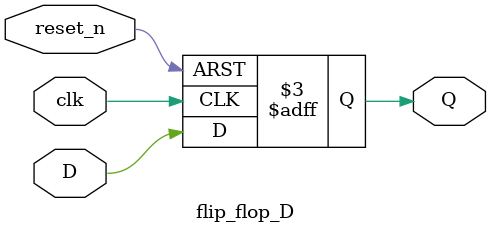
<source format=v>
module flip_flop_D (
    input clk,
    input reset_n,
    input D,
    output reg Q
);  

    always @(posedge clk or negedge reset_n) begin  //Profe: always @(negedge clk or negedge reset_n) begin 
        if (!reset_n)       //Profe if (reset_n)
            Q <= 1'b0; 
        else
            Q <= D;

    end
endmodule
</source>
